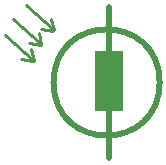
<source format=gbo>
%FSLAX23Y23*%
%MOIN*%
G70*
G01*
G75*
G04 Layer_Color=32896*
%ADD10R,0.035X0.031*%
%ADD11R,0.118X0.059*%
%ADD12R,0.118X0.039*%
%ADD13C,0.010*%
%ADD14C,0.060*%
%ADD15C,0.039*%
%ADD16C,0.236*%
%ADD17C,0.004*%
%ADD18C,0.000*%
%ADD19R,0.023X0.043*%
%ADD20C,0.059*%
%ADD21R,0.043X0.039*%
%ADD22R,0.126X0.067*%
%ADD23R,0.126X0.047*%
%ADD24C,0.068*%
%ADD25C,0.020*%
%ADD26R,0.093X0.199*%
D13*
X512Y641D02*
X606Y558D01*
X566Y562D02*
X606Y555D01*
X599Y594D02*
X606Y558D01*
X573Y540D02*
X581Y503D01*
X540Y508D02*
X580Y500D01*
X487Y587D02*
X581Y503D01*
X640Y641D02*
X648Y604D01*
X607Y609D02*
X647Y601D01*
X554Y687D02*
X648Y604D01*
D25*
X1001Y430D02*
G03*
X1001Y430I-177J0D01*
G01*
X833Y178D02*
Y681D01*
D26*
Y435D02*
D03*
M02*

</source>
